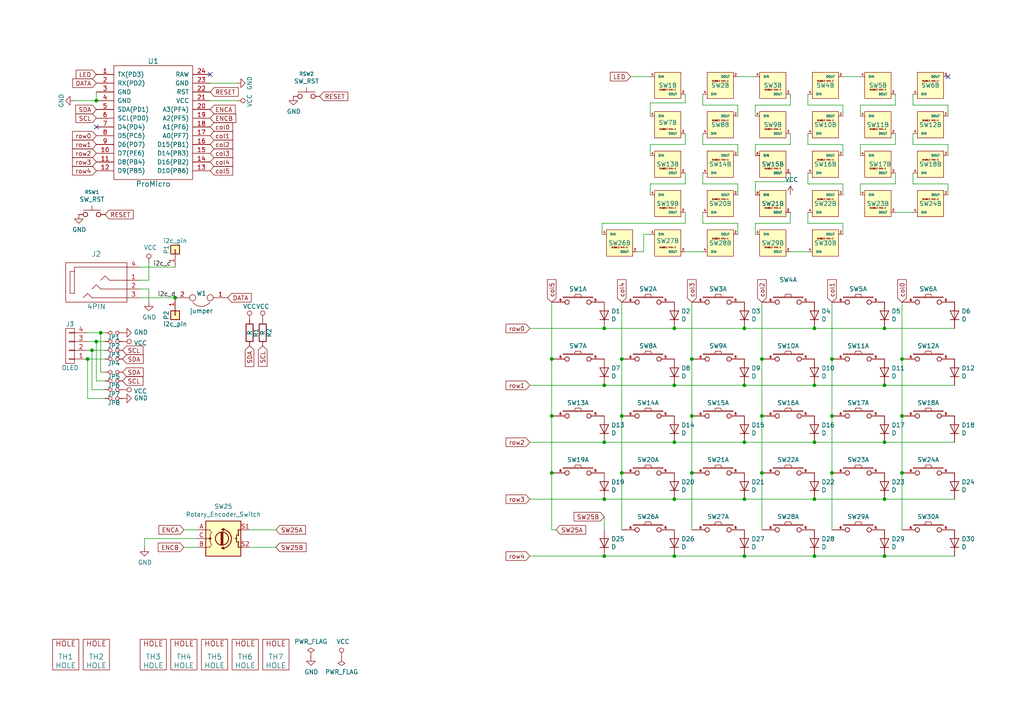
<source format=kicad_sch>
(kicad_sch (version 20230121) (generator eeschema)
  (paper "A4")
  (junction (at 195.58 111.76))
  (junction (at 200.66 137.16))
  (junction (at 29.21 96.52))
  (junction (at 175.26 161.29))
  (junction (at 215.9 128.27))
  (junction (at 27.94 99.06))
  (junction (at 220.98 137.16))
  (junction (at 261.62 137.16))
  (junction (at 50.8 86.36))
  (junction (at 241.3 120.65))
  (junction (at 175.26 95.25))
  (junction (at 215.9 161.29))
  (junction (at 261.62 104.14))
  (junction (at 180.34 120.65))
  (junction (at 180.34 104.14))
  (junction (at 256.54 161.29))
  (junction (at 175.26 111.76))
  (junction (at 175.26 128.27))
  (junction (at 236.22 144.78))
  (junction (at 236.22 161.29))
  (junction (at 215.9 95.25))
  (junction (at 261.62 120.65))
  (junction (at 220.98 104.14))
  (junction (at 160.02 104.14))
  (junction (at 200.66 104.14))
  (junction (at 256.54 111.76))
  (junction (at 215.9 111.76))
  (junction (at 241.3 137.16))
  (junction (at 26.67 101.6))
  (junction (at 215.9 144.78))
  (junction (at 256.54 128.27))
  (junction (at 236.22 128.27))
  (junction (at 195.58 144.78))
  (junction (at 195.58 161.29))
  (junction (at 236.22 95.25))
  (junction (at 220.98 120.65))
  (junction (at 175.26 144.78))
  (junction (at 25.4 104.14))
  (junction (at 195.58 95.25))
  (junction (at 200.66 120.65))
  (junction (at 195.58 128.27))
  (junction (at 256.54 144.78))
  (junction (at 180.34 137.16))
  (junction (at 160.02 137.16))
  (junction (at 236.22 111.76))
  (junction (at 241.3 104.14))
  (junction (at 27.94 29.21))
  (junction (at 160.02 120.65))
  (junction (at 256.54 95.25))
  (no_connect (at 60.96 21.59))
  (no_connect (at 274.955 22.225))
  (no_connect (at 27.94 36.83))
  (wire (pts (xy 234.315 53.34) (xy 234.315 50.165)))
  (wire (pts (xy 244.475 67.945) (xy 244.475 64.77)))
  (wire (pts (xy 264.795 30.48) (xy 264.795 27.305)))
  (wire (pts (xy 72.39 158.75) (xy 80.01 158.75)))
  (wire (pts (xy 25.4 99.06) (xy 27.94 99.06)))
  (wire (pts (xy 180.34 104.14) (xy 180.34 120.65)))
  (wire (pts (xy 256.54 128.27) (xy 276.86 128.27)))
  (wire (pts (xy 175.26 149.86) (xy 175.26 153.67)))
  (wire (pts (xy 27.94 29.21) (xy 21.59 29.21)))
  (wire (pts (xy 219.075 30.48) (xy 219.075 33.655)))
  (wire (pts (xy 259.715 30.48) (xy 249.555 30.48)))
  (wire (pts (xy 198.755 38.735) (xy 198.755 41.91)))
  (wire (pts (xy 229.235 30.48) (xy 219.075 30.48)))
  (wire (pts (xy 229.235 50.165) (xy 229.235 52.705)))
  (wire (pts (xy 244.475 53.34) (xy 234.315 53.34)))
  (wire (pts (xy 186.69 67.945) (xy 188.595 67.945)))
  (wire (pts (xy 220.98 104.14) (xy 220.98 120.65)))
  (wire (pts (xy 198.755 29.845) (xy 188.595 29.845)))
  (wire (pts (xy 244.475 45.085) (xy 244.475 41.91)))
  (wire (pts (xy 213.995 33.655) (xy 213.995 30.48)))
  (wire (pts (xy 259.715 50.165) (xy 259.715 53.34)))
  (wire (pts (xy 195.58 111.76) (xy 215.9 111.76)))
  (wire (pts (xy 215.9 111.76) (xy 236.22 111.76)))
  (wire (pts (xy 200.66 87.63) (xy 200.66 104.14)))
  (wire (pts (xy 213.995 67.945) (xy 213.995 64.77)))
  (wire (pts (xy 213.995 64.77) (xy 203.835 64.77)))
  (wire (pts (xy 27.94 110.49) (xy 30.48 110.49)))
  (wire (pts (xy 27.94 99.06) (xy 27.94 110.49)))
  (wire (pts (xy 160.02 87.63) (xy 160.02 104.14)))
  (wire (pts (xy 249.555 30.48) (xy 249.555 33.655)))
  (wire (pts (xy 261.62 120.65) (xy 261.62 104.14)))
  (wire (pts (xy 30.48 104.14) (xy 25.4 104.14)))
  (wire (pts (xy 198.755 73.025) (xy 203.835 73.025)))
  (wire (pts (xy 175.26 111.76) (xy 153.67 111.76)))
  (wire (pts (xy 60.96 29.21) (xy 68.58 29.21)))
  (wire (pts (xy 160.02 137.16) (xy 160.02 153.67)))
  (wire (pts (xy 229.235 27.305) (xy 229.235 30.48)))
  (wire (pts (xy 274.955 30.48) (xy 264.795 30.48)))
  (wire (pts (xy 244.475 64.77) (xy 234.315 64.77)))
  (wire (pts (xy 43.18 81.28) (xy 40.64 81.28)))
  (wire (pts (xy 41.91 156.21) (xy 41.91 158.75)))
  (wire (pts (xy 261.62 120.65) (xy 261.62 137.16)))
  (wire (pts (xy 188.595 53.34) (xy 188.595 56.515)))
  (wire (pts (xy 195.58 95.25) (xy 215.9 95.25)))
  (wire (pts (xy 175.26 161.29) (xy 195.58 161.29)))
  (wire (pts (xy 241.3 104.14) (xy 241.3 120.65)))
  (wire (pts (xy 244.475 56.515) (xy 244.475 53.34)))
  (wire (pts (xy 219.075 41.91) (xy 219.075 45.085)))
  (wire (pts (xy 195.58 128.27) (xy 175.26 128.27)))
  (wire (pts (xy 198.755 64.77) (xy 174.625 64.77)))
  (wire (pts (xy 220.98 137.16) (xy 220.98 153.67)))
  (wire (pts (xy 241.3 137.16) (xy 241.3 153.67)))
  (wire (pts (xy 198.755 61.595) (xy 198.755 64.77)))
  (wire (pts (xy 244.475 30.48) (xy 234.315 30.48)))
  (wire (pts (xy 25.4 104.14) (xy 25.4 115.57)))
  (wire (pts (xy 195.58 144.78) (xy 215.9 144.78)))
  (wire (pts (xy 261.62 137.16) (xy 261.62 153.67)))
  (wire (pts (xy 174.625 64.77) (xy 174.625 67.945)))
  (wire (pts (xy 160.02 120.65) (xy 160.02 137.16)))
  (wire (pts (xy 259.715 41.91) (xy 249.555 41.91)))
  (wire (pts (xy 203.835 53.34) (xy 203.835 50.165)))
  (wire (pts (xy 29.21 96.52) (xy 30.48 96.52)))
  (wire (pts (xy 229.235 64.77) (xy 219.075 64.77)))
  (wire (pts (xy 40.64 83.82) (xy 43.18 83.82)))
  (wire (pts (xy 259.715 53.34) (xy 249.555 53.34)))
  (wire (pts (xy 244.475 22.225) (xy 249.555 22.225)))
  (wire (pts (xy 26.67 113.03) (xy 30.48 113.03)))
  (wire (pts (xy 256.54 111.76) (xy 276.86 111.76)))
  (wire (pts (xy 27.94 99.06) (xy 30.48 99.06)))
  (wire (pts (xy 256.54 161.29) (xy 276.86 161.29)))
  (wire (pts (xy 229.235 41.91) (xy 219.075 41.91)))
  (wire (pts (xy 261.62 104.14) (xy 261.62 87.63)))
  (wire (pts (xy 274.955 33.655) (xy 274.955 30.48)))
  (wire (pts (xy 175.26 144.78) (xy 153.67 144.78)))
  (wire (pts (xy 229.235 61.595) (xy 229.235 64.77)))
  (wire (pts (xy 234.315 64.77) (xy 234.315 61.595)))
  (wire (pts (xy 203.835 41.91) (xy 203.835 38.735)))
  (wire (pts (xy 26.67 101.6) (xy 30.48 101.6)))
  (wire (pts (xy 195.58 95.25) (xy 175.26 95.25)))
  (wire (pts (xy 25.4 96.52) (xy 29.21 96.52)))
  (wire (pts (xy 198.755 27.305) (xy 198.755 29.845)))
  (wire (pts (xy 213.995 30.48) (xy 203.835 30.48)))
  (wire (pts (xy 53.34 153.67) (xy 57.15 153.67)))
  (wire (pts (xy 215.9 144.78) (xy 236.22 144.78)))
  (wire (pts (xy 200.66 104.14) (xy 200.66 120.65)))
  (wire (pts (xy 186.69 73.025) (xy 186.69 67.945)))
  (wire (pts (xy 25.4 101.6) (xy 26.67 101.6)))
  (wire (pts (xy 213.995 45.085) (xy 213.995 41.91)))
  (wire (pts (xy 72.39 153.67) (xy 80.01 153.67)))
  (wire (pts (xy 236.22 161.29) (xy 256.54 161.29)))
  (wire (pts (xy 40.64 86.36) (xy 50.8 86.36)))
  (wire (pts (xy 195.58 128.27) (xy 215.9 128.27)))
  (wire (pts (xy 249.555 53.34) (xy 249.555 56.515)))
  (wire (pts (xy 256.54 95.25) (xy 276.86 95.25)))
  (wire (pts (xy 27.94 26.67) (xy 27.94 29.21)))
  (wire (pts (xy 274.955 41.91) (xy 264.795 41.91)))
  (wire (pts (xy 60.96 24.13) (xy 68.58 24.13)))
  (wire (pts (xy 195.58 111.76) (xy 175.26 111.76)))
  (wire (pts (xy 274.955 53.34) (xy 264.795 53.34)))
  (wire (pts (xy 184.785 73.025) (xy 186.69 73.025)))
  (wire (pts (xy 213.995 56.515) (xy 213.995 53.34)))
  (wire (pts (xy 200.66 137.16) (xy 200.66 153.67)))
  (wire (pts (xy 220.98 120.65) (xy 220.98 137.16)))
  (wire (pts (xy 180.34 120.65) (xy 180.34 137.16)))
  (wire (pts (xy 215.9 95.25) (xy 236.22 95.25)))
  (wire (pts (xy 259.715 61.595) (xy 264.795 61.595)))
  (wire (pts (xy 264.795 41.91) (xy 264.795 38.735)))
  (wire (pts (xy 188.595 29.845) (xy 188.595 33.655)))
  (wire (pts (xy 57.15 156.21) (xy 41.91 156.21)))
  (wire (pts (xy 188.595 41.91) (xy 188.595 45.085)))
  (wire (pts (xy 43.18 76.2) (xy 43.18 81.28)))
  (wire (pts (xy 198.755 41.91) (xy 188.595 41.91)))
  (wire (pts (xy 241.3 87.63) (xy 241.3 104.14)))
  (wire (pts (xy 195.58 161.29) (xy 215.9 161.29)))
  (wire (pts (xy 29.21 107.95) (xy 30.48 107.95)))
  (wire (pts (xy 203.835 64.77) (xy 203.835 61.595)))
  (wire (pts (xy 259.715 38.735) (xy 259.715 41.91)))
  (wire (pts (xy 26.67 101.6) (xy 26.67 113.03)))
  (wire (pts (xy 153.67 161.29) (xy 175.26 161.29)))
  (wire (pts (xy 213.995 53.34) (xy 203.835 53.34)))
  (wire (pts (xy 175.26 128.27) (xy 153.67 128.27)))
  (wire (pts (xy 219.075 64.77) (xy 219.075 67.945)))
  (wire (pts (xy 203.835 30.48) (xy 203.835 27.305)))
  (wire (pts (xy 229.235 73.025) (xy 234.315 73.025)))
  (wire (pts (xy 40.64 77.47) (xy 50.8 77.47)))
  (wire (pts (xy 180.34 87.63) (xy 180.34 104.14)))
  (wire (pts (xy 241.3 137.16) (xy 241.3 120.65)))
  (wire (pts (xy 29.21 96.52) (xy 29.21 107.95)))
  (wire (pts (xy 274.955 56.515) (xy 274.955 53.34)))
  (wire (pts (xy 160.02 153.67) (xy 161.29 153.67)))
  (wire (pts (xy 53.34 158.75) (xy 57.15 158.75)))
  (wire (pts (xy 213.995 41.91) (xy 203.835 41.91)))
  (wire (pts (xy 234.315 30.48) (xy 234.315 27.305)))
  (wire (pts (xy 256.54 144.78) (xy 276.86 144.78)))
  (wire (pts (xy 180.34 137.16) (xy 180.34 153.67)))
  (wire (pts (xy 215.9 128.27) (xy 236.22 128.27)))
  (wire (pts (xy 244.475 33.655) (xy 244.475 30.48)))
  (wire (pts (xy 220.98 87.63) (xy 220.98 104.14)))
  (wire (pts (xy 249.555 41.91) (xy 249.555 45.085)))
  (wire (pts (xy 229.235 38.735) (xy 229.235 41.91)))
  (wire (pts (xy 229.235 52.705) (xy 219.075 52.705)))
  (wire (pts (xy 198.755 50.165) (xy 198.755 53.34)))
  (wire (pts (xy 236.22 111.76) (xy 256.54 111.76)))
  (wire (pts (xy 259.715 27.305) (xy 259.715 30.48)))
  (wire (pts (xy 256.54 95.25) (xy 236.22 95.25)))
  (wire (pts (xy 175.26 95.25) (xy 153.67 95.25)))
  (wire (pts (xy 244.475 41.91) (xy 234.315 41.91)))
  (wire (pts (xy 215.9 161.29) (xy 236.22 161.29)))
  (wire (pts (xy 200.66 120.65) (xy 200.66 137.16)))
  (wire (pts (xy 274.955 45.085) (xy 274.955 41.91)))
  (wire (pts (xy 264.795 53.34) (xy 264.795 50.165)))
  (wire (pts (xy 236.22 144.78) (xy 256.54 144.78)))
  (wire (pts (xy 43.18 83.82) (xy 43.18 87.63)))
  (wire (pts (xy 182.88 22.225) (xy 188.595 22.225)))
  (wire (pts (xy 213.995 22.225) (xy 219.075 22.225)))
  (wire (pts (xy 219.075 52.705) (xy 219.075 56.515)))
  (wire (pts (xy 236.22 128.27) (xy 256.54 128.27)))
  (wire (pts (xy 160.02 104.14) (xy 160.02 120.65)))
  (wire (pts (xy 25.4 115.57) (xy 30.48 115.57)))
  (wire (pts (xy 234.315 41.91) (xy 234.315 38.735)))
  (wire (pts (xy 195.58 144.78) (xy 175.26 144.78)))
  (wire (pts (xy 198.755 53.34) (xy 188.595 53.34)))
  (label "i2c_d" (at 45.72 86.36 0))
  (label "i2c_c" (at 44.45 77.47 0))
  (global_label "DATA" (shape input) (at 27.94 24.13 180) (property "Intersheetrefs" "${INTERSHEET_REFS}" (effects hide)))
  (global_label "row1" (shape input) (at 153.67 111.76 180) (property "Intersheetrefs" "${INTERSHEET_REFS}" (effects hide)))
  (global_label "row0" (shape input) (at 153.67 95.25 180) (property "Intersheetrefs" "${INTERSHEET_REFS}" (effects hide)))
  (global_label "col0" (shape input) (at 60.96 36.83 0) (property "Intersheetrefs" "${INTERSHEET_REFS}" (effects hide)))
  (global_label "col5" (shape input) (at 60.96 49.53 0) (property "Intersheetrefs" "${INTERSHEET_REFS}" (effects hide)))
  (global_label "SCL" (shape input) (at 27.94 34.29 180) (property "Intersheetrefs" "${INTERSHEET_REFS}" (effects hide)))
  (global_label "SDA" (shape input) (at 35.56 104.14 0) (property "Intersheetrefs" "${INTERSHEET_REFS}" (effects hide)))
  (global_label "col1" (shape input) (at 241.3 87.63 90) (property "Intersheetrefs" "${INTERSHEET_REFS}" (effects hide)))
  (global_label "RESET" (shape input) (at 60.96 26.67 0) (property "Intersheetrefs" "${INTERSHEET_REFS}" (effects hide)))
  (global_label "col2" (shape input) (at 60.96 41.91 0) (property "Intersheetrefs" "${INTERSHEET_REFS}" (effects hide)))
  (global_label "DATA" (shape input) (at 66.04 86.36 0) (property "Intersheetrefs" "${INTERSHEET_REFS}" (effects hide)))
  (global_label "ENCA" (shape input) (at 60.96 31.75 0) (property "Intersheetrefs" "${INTERSHEET_REFS}" (effects hide)))
  (global_label "RESET" (shape input) (at 30.48 62.23 0) (property "Intersheetrefs" "${INTERSHEET_REFS}" (effects hide)))
  (global_label "ENCB" (shape input) (at 60.96 34.29 0) (property "Intersheetrefs" "${INTERSHEET_REFS}" (effects hide)))
  (global_label "SDA" (shape input) (at 72.39 100.33 270) (property "Intersheetrefs" "${INTERSHEET_REFS}" (effects hide)))
  (global_label "SCL" (shape input) (at 76.2 100.33 270) (property "Intersheetrefs" "${INTERSHEET_REFS}" (effects hide)))
  (global_label "col3" (shape input) (at 60.96 44.45 0) (property "Intersheetrefs" "${INTERSHEET_REFS}" (effects hide)))
  (global_label "col0" (shape input) (at 261.62 87.63 90) (property "Intersheetrefs" "${INTERSHEET_REFS}" (effects hide)))
  (global_label "col5" (shape input) (at 160.02 87.63 90) (property "Intersheetrefs" "${INTERSHEET_REFS}" (effects hide)))
  (global_label "row2" (shape input) (at 153.67 128.27 180) (property "Intersheetrefs" "${INTERSHEET_REFS}" (effects hide)))
  (global_label "col1" (shape input) (at 60.96 39.37 0) (property "Intersheetrefs" "${INTERSHEET_REFS}" (effects hide)))
  (global_label "col4" (shape input) (at 60.96 46.99 0) (property "Intersheetrefs" "${INTERSHEET_REFS}" (effects hide)))
  (global_label "SDA" (shape input) (at 35.56 107.95 0) (property "Intersheetrefs" "${INTERSHEET_REFS}" (effects hide)))
  (global_label "row3" (shape input) (at 153.67 144.78 180) (property "Intersheetrefs" "${INTERSHEET_REFS}" (effects hide)))
  (global_label "row1" (shape input) (at 27.94 41.91 180) (property "Intersheetrefs" "${INTERSHEET_REFS}" (effects hide)))
  (global_label "row2" (shape input) (at 27.94 44.45 180) (property "Intersheetrefs" "${INTERSHEET_REFS}" (effects hide)))
  (global_label "SW25A" (shape input) (at 80.01 153.67 0) (property "Intersheetrefs" "${INTERSHEET_REFS}" (effects hide)))
  (global_label "SW25B" (shape input) (at 80.01 158.75 0) (property "Intersheetrefs" "${INTERSHEET_REFS}" (effects hide)))
  (global_label "SCL" (shape input) (at 35.56 110.49 0) (property "Intersheetrefs" "${INTERSHEET_REFS}" (effects hide)))
  (global_label "LED" (shape input) (at 182.88 22.225 180) (property "Intersheetrefs" "${INTERSHEET_REFS}" (effects hide)))
  (global_label "row4" (shape input) (at 27.94 49.53 180) (property "Intersheetrefs" "${INTERSHEET_REFS}" (effects hide)))
  (global_label "SDA" (shape input) (at 27.94 31.75 180) (property "Intersheetrefs" "${INTERSHEET_REFS}" (effects hide)))
  (global_label "LED" (shape input) (at 27.94 21.59 180) (property "Intersheetrefs" "${INTERSHEET_REFS}" (effects hide)))
  (global_label "row4" (shape input) (at 153.67 161.29 180) (property "Intersheetrefs" "${INTERSHEET_REFS}" (effects hide)))
  (global_label "ENCB" (shape input) (at 53.34 158.75 180) (property "Intersheetrefs" "${INTERSHEET_REFS}" (effects hide)))
  (global_label "ENCA" (shape input) (at 53.34 153.67 180) (property "Intersheetrefs" "${INTERSHEET_REFS}" (effects hide)))
  (global_label "col3" (shape input) (at 200.66 87.63 90) (property "Intersheetrefs" "${INTERSHEET_REFS}" (effects hide)))
  (global_label "row0" (shape input) (at 27.94 39.37 180) (property "Intersheetrefs" "${INTERSHEET_REFS}" (effects hide)))
  (global_label "RESET" (shape input) (at 92.71 27.94 0) (property "Intersheetrefs" "${INTERSHEET_REFS}" (effects hide)))
  (global_label "col2" (shape input) (at 220.98 87.63 90) (property "Intersheetrefs" "${INTERSHEET_REFS}" (effects hide)))
  (global_label "SW25B" (shape input) (at 175.26 149.86 180) (property "Intersheetrefs" "${INTERSHEET_REFS}" (effects hide)))
  (global_label "SCL" (shape input) (at 35.56 101.6 0) (property "Intersheetrefs" "${INTERSHEET_REFS}" (effects hide)))
  (global_label "row3" (shape input) (at 27.94 46.99 180) (property "Intersheetrefs" "${INTERSHEET_REFS}" (effects hide)))
  (global_label "SW25A" (shape input) (at 161.29 153.67 0) (property "Intersheetrefs" "${INTERSHEET_REFS}" (effects hide)))
  (global_label "col4" (shape input) (at 180.34 87.63 90) (property "Intersheetrefs" "${INTERSHEET_REFS}" (effects hide)))
  (symbol (lib_id "SofleKeyboard-rescue:ProMicro_2-Lily58-cache-Lily58_Pro-rescue") (at 44.45 35.56 0) (unit 1)
    (property "Reference" "U1" (at 44.45 17.78 0) (effects (font (size 1.524 1.524))))
    (property "Value" "ProMicro" (at 44.45 53.34 0) (effects (font (size 1.524 1.524))))
    (property "Footprint" "SofleKeyboard-footprint:ProMicro" (effects hide))
  )
  (symbol (lib_id "SofleKeyboard:SW_PUSH_LED") (at 187.96 153.67 0) (unit 1)
    (property "Reference" "SW26" (at 187.96 149.86 0))
    (property "Value" "SW_PUSH_LED" (effects hide))
    (property "Footprint" "SofleChoc:Choc_Hotswap_SK6812MiniE" (effects hide))
  )
  (symbol (lib_id "SofleKeyboard:SW_PUSH_LED") (at 167.64 87.63 0) (unit 1)
    (property "Reference" "SW1" (at 167.64 83.82 0))
    (property "Value" "SW_PUSH_LED" (effects hide))
    (property "Footprint" "SofleChoc:Choc_Hotswap_SK6812MiniE" (effects hide))
  )
  (symbol (lib_id "SofleKeyboard-rescue:D-Lily58-cache-Lily58_Pro-rescue") (at 175.26 91.44 90) (unit 1)
    (property "Reference" "D1" (at 177.2666 90.2716 90) (effects (justify right)))
    (property "Value" "D" (at 177.2666 92.583 90) (effects (justify right)))
    (property "Footprint" "Diode_SMD:crkbd-diode" (effects hide))
  )
  (symbol (lib_id "SofleKeyboard:SW_PUSH_LED") (at 187.96 87.63 0) (unit 1)
    (property "Reference" "SW2" (at 187.96 83.82 0))
    (property "Value" "SW_PUSH_LED" (effects hide))
    (property "Footprint" "SofleChoc:Choc_Hotswap_SK6812MiniE" (effects hide))
  )
  (symbol (lib_id "SofleKeyboard-rescue:D-Lily58-cache-Lily58_Pro-rescue") (at 195.58 91.44 90) (unit 1)
    (property "Reference" "D2" (at 197.5866 90.2716 90) (effects (justify right)))
    (property "Value" "D" (at 197.5866 92.583 90) (effects (justify right)))
    (property "Footprint" "Diode_SMD:crkbd-diode" (effects hide))
  )
  (symbol (lib_id "SofleKeyboard:SW_PUSH_LED") (at 208.28 87.63 0) (unit 1)
    (property "Reference" "SW3" (at 208.28 83.82 0))
    (property "Value" "SW_PUSH_LED" (effects hide))
    (property "Footprint" "SofleChoc:Choc_Hotswap_SK6812MiniE" (effects hide))
  )
  (symbol (lib_id "SofleKeyboard-rescue:D-Lily58-cache-Lily58_Pro-rescue") (at 215.9 91.44 90) (unit 1)
    (property "Reference" "D3" (at 217.9066 90.2716 90) (effects (justify right)))
    (property "Value" "D" (at 217.9066 92.583 90) (effects (justify right)))
    (property "Footprint" "Diode_SMD:crkbd-diode" (effects hide))
  )
  (symbol (lib_id "SofleKeyboard:SW_PUSH_LED") (at 228.6 87.63 0) (unit 1)
    (property "Reference" "SW4" (at 228.6 81.153 0))
    (property "Value" "SW_PUSH_LED" (effects hide))
    (property "Footprint" "SofleChoc:Choc_Hotswap_SK6812MiniE" (effects hide))
  )
  (symbol (lib_id "SofleKeyboard-rescue:D-Lily58-cache-Lily58_Pro-rescue") (at 236.22 91.44 90) (unit 1)
    (property "Reference" "D4" (at 238.2266 90.2716 90) (effects (justify right)))
    (property "Value" "D" (at 238.2266 92.583 90) (effects (justify right)))
    (property "Footprint" "Diode_SMD:crkbd-diode" (effects hide))
  )
  (symbol (lib_id "SofleKeyboard:SW_PUSH_LED") (at 248.92 87.63 0) (unit 1)
    (property "Reference" "SW5" (at 248.92 83.82 0))
    (property "Value" "SW_PUSH_LED" (effects hide))
    (property "Footprint" "SofleChoc:Choc_Hotswap_SK6812MiniE" (effects hide))
  )
  (symbol (lib_id "SofleKeyboard-rescue:D-Lily58-cache-Lily58_Pro-rescue") (at 256.54 91.44 90) (unit 1)
    (property "Reference" "D5" (at 258.5466 90.2716 90) (effects (justify right)))
    (property "Value" "D" (at 258.5466 92.583 90) (effects (justify right)))
    (property "Footprint" "Diode_SMD:crkbd-diode" (effects hide))
  )
  (symbol (lib_id "SofleKeyboard:SW_PUSH_LED") (at 269.24 87.63 0) (unit 1)
    (property "Reference" "SW6" (at 269.24 83.82 0))
    (property "Value" "SW_PUSH_LED" (effects hide))
    (property "Footprint" "SofleChoc:Choc_Hotswap_SK6812MiniE" (effects hide))
  )
  (symbol (lib_id "SofleKeyboard-rescue:D-Lily58-cache-Lily58_Pro-rescue") (at 276.86 91.44 90) (unit 1)
    (property "Reference" "D6" (at 278.8666 90.2716 90) (effects (justify right)))
    (property "Value" "D" (at 278.8666 92.583 90) (effects (justify right)))
    (property "Footprint" "Diode_SMD:crkbd-diode" (effects hide))
  )
  (symbol (lib_id "SofleKeyboard:SW_PUSH_LED") (at 187.96 104.14 0) (unit 1)
    (property "Reference" "SW8" (at 187.96 100.33 0))
    (property "Value" "SW_PUSH_LED" (effects hide))
    (property "Footprint" "SofleChoc:Choc_Hotswap_SK6812MiniE" (effects hide))
  )
  (symbol (lib_id "SofleKeyboard:SW_PUSH_LED") (at 208.28 104.14 0) (unit 1)
    (property "Reference" "SW9" (at 208.28 100.33 0))
    (property "Value" "SW_PUSH_LED" (effects hide))
    (property "Footprint" "SofleChoc:Choc_Hotswap_SK6812MiniE" (effects hide))
  )
  (symbol (lib_id "SofleKeyboard:SW_PUSH_LED") (at 228.6 104.14 0) (unit 1)
    (property "Reference" "SW10" (at 228.6 100.33 0))
    (property "Value" "SW_PUSH_LED" (effects hide))
    (property "Footprint" "SofleChoc:Choc_Hotswap_SK6812MiniE" (effects hide))
  )
  (symbol (lib_id "SofleKeyboard:SW_PUSH_LED") (at 248.92 104.14 0) (unit 1)
    (property "Reference" "SW11" (at 248.92 100.33 0))
    (property "Value" "SW_PUSH_LED" (effects hide))
    (property "Footprint" "SofleChoc:Choc_Hotswap_SK6812MiniE" (effects hide))
  )
  (symbol (lib_id "SofleKeyboard:SW_PUSH_LED") (at 269.24 104.14 0) (unit 1)
    (property "Reference" "SW12" (at 269.24 100.33 0))
    (property "Value" "SW_PUSH_LED" (effects hide))
    (property "Footprint" "SofleChoc:Choc_Hotswap_SK6812MiniE" (effects hide))
  )
  (symbol (lib_id "SofleKeyboard:SW_PUSH_LED") (at 167.64 104.14 0) (unit 1)
    (property "Reference" "SW7" (at 167.64 100.33 0))
    (property "Value" "SW_PUSH_LED" (effects hide))
    (property "Footprint" "SofleChoc:Choc_Hotswap_SK6812MiniE" (effects hide))
  )
  (symbol (lib_id "SofleKeyboard-rescue:D-Lily58-cache-Lily58_Pro-rescue") (at 175.26 107.95 90) (unit 1)
    (property "Reference" "D7" (at 177.2666 106.7816 90) (effects (justify right)))
    (property "Value" "D" (at 177.2666 109.093 90) (effects (justify right)))
    (property "Footprint" "Diode_SMD:crkbd-diode" (effects hide))
  )
  (symbol (lib_id "SofleKeyboard-rescue:D-Lily58-cache-Lily58_Pro-rescue") (at 195.58 107.95 90) (unit 1)
    (property "Reference" "D8" (at 197.5866 106.7816 90) (effects (justify right)))
    (property "Value" "D" (at 197.5866 109.093 90) (effects (justify right)))
    (property "Footprint" "Diode_SMD:crkbd-diode" (effects hide))
  )
  (symbol (lib_id "SofleKeyboard-rescue:D-Lily58-cache-Lily58_Pro-rescue") (at 215.9 107.95 90) (unit 1)
    (property "Reference" "D9" (at 217.9066 106.7816 90) (effects (justify right)))
    (property "Value" "D" (at 217.9066 109.093 90) (effects (justify right)))
    (property "Footprint" "Diode_SMD:crkbd-diode" (effects hide))
  )
  (symbol (lib_id "SofleKeyboard-rescue:D-Lily58-cache-Lily58_Pro-rescue") (at 236.22 107.95 90) (unit 1)
    (property "Reference" "D10" (at 238.2266 106.7816 90) (effects (justify right)))
    (property "Value" "D" (at 238.2266 109.093 90) (effects (justify right)))
    (property "Footprint" "Diode_SMD:crkbd-diode" (effects hide))
  )
  (symbol (lib_id "SofleKeyboard-rescue:D-Lily58-cache-Lily58_Pro-rescue") (at 256.54 107.95 90) (unit 1)
    (property "Reference" "D11" (at 258.5466 106.7816 90) (effects (justify right)))
    (property "Value" "D" (at 258.5466 109.093 90) (effects (justify right)))
    (property "Footprint" "Diode_SMD:crkbd-diode" (effects hide))
  )
  (symbol (lib_id "SofleKeyboard-rescue:D-Lily58-cache-Lily58_Pro-rescue") (at 276.86 107.95 90) (unit 1)
    (property "Reference" "D12" (at 278.8666 106.7816 90) (effects (justify right)))
    (property "Value" "D" (at 278.8666 109.093 90) (effects (justify right)))
    (property "Footprint" "Diode_SMD:crkbd-diode" (effects hide))
  )
  (symbol (lib_id "SofleKeyboard:SW_PUSH_LED") (at 167.64 120.65 0) (unit 1)
    (property "Reference" "SW13" (at 167.64 116.84 0))
    (property "Value" "SW_PUSH_LED" (effects hide))
    (property "Footprint" "SofleChoc:Choc_Hotswap_SK6812MiniE" (effects hide))
  )
  (symbol (lib_id "SofleKeyboard:SW_PUSH_LED") (at 187.96 120.65 0) (unit 1)
    (property "Reference" "SW14" (at 187.96 116.84 0))
    (property "Value" "SW_PUSH_LED" (effects hide))
    (property "Footprint" "SofleChoc:Choc_Hotswap_SK6812MiniE" (effects hide))
  )
  (symbol (lib_id "SofleKeyboard:SW_PUSH_LED") (at 208.28 120.65 0) (unit 1)
    (property "Reference" "SW15" (at 208.28 116.84 0))
    (property "Value" "SW_PUSH_LED" (effects hide))
    (property "Footprint" "SofleChoc:Choc_Hotswap_SK6812MiniE" (effects hide))
  )
  (symbol (lib_id "SofleKeyboard:SW_PUSH_LED") (at 228.6 120.65 0) (unit 1)
    (property "Reference" "SW16" (at 228.6 116.84 0))
    (property "Value" "SW_PUSH_LED" (effects hide))
    (property "Footprint" "SofleChoc:Choc_Hotswap_SK6812MiniE" (effects hide))
  )
  (symbol (lib_id "SofleKeyboard:SW_PUSH_LED") (at 248.92 120.65 0) (unit 1)
    (property "Reference" "SW17" (at 248.92 116.84 0))
    (property "Value" "SW_PUSH_LED" (effects hide))
    (property "Footprint" "SofleChoc:Choc_Hotswap_SK6812MiniE" (effects hide))
  )
  (symbol (lib_id "SofleKeyboard:SW_PUSH_LED") (at 269.24 120.65 0) (unit 1)
    (property "Reference" "SW18" (at 269.24 116.84 0))
    (property "Value" "SW_PUSH_LED" (effects hide))
    (property "Footprint" "SofleChoc:Choc_Hotswap_SK6812MiniE" (effects hide))
  )
  (symbol (lib_id "SofleKeyboard-rescue:D-Lily58-cache-Lily58_Pro-rescue") (at 175.26 124.46 90) (unit 1)
    (property "Reference" "D13" (at 177.2666 123.2916 90) (effects (justify right)))
    (property "Value" "D" (at 177.2666 125.603 90) (effects (justify right)))
    (property "Footprint" "Diode_SMD:crkbd-diode" (effects hide))
  )
  (symbol (lib_id "SofleKeyboard-rescue:D-Lily58-cache-Lily58_Pro-rescue") (at 195.58 124.46 90) (unit 1)
    (property "Reference" "D14" (at 197.5866 123.2916 90) (effects (justify right)))
    (property "Value" "D" (at 197.5866 125.603 90) (effects (justify right)))
    (property "Footprint" "Diode_SMD:crkbd-diode" (effects hide))
  )
  (symbol (lib_id "SofleKeyboard-rescue:D-Lily58-cache-Lily58_Pro-rescue") (at 215.9 124.46 90) (unit 1)
    (property "Reference" "D15" (at 217.9066 123.2916 90) (effects (justify right)))
    (property "Value" "D" (at 217.9066 125.603 90) (effects (justify right)))
    (property "Footprint" "Diode_SMD:crkbd-diode" (effects hide))
  )
  (symbol (lib_id "SofleKeyboard-rescue:D-Lily58-cache-Lily58_Pro-rescue") (at 236.22 124.46 90) (unit 1)
    (property "Reference" "D16" (at 238.2266 123.2916 90) (effects (justify right)))
    (property "Value" "D" (at 238.2266 125.603 90) (effects (justify right)))
    (property "Footprint" "Diode_SMD:crkbd-diode" (effects hide))
  )
  (symbol (lib_id "SofleKeyboard-rescue:D-Lily58-cache-Lily58_Pro-rescue") (at 256.54 124.46 90) (unit 1)
    (property "Reference" "D17" (at 258.5466 123.2916 90) (effects (justify right)))
    (property "Value" "D" (at 258.5466 125.603 90) (effects (justify right)))
    (property "Footprint" "Diode_SMD:crkbd-diode" (effects hide))
  )
  (symbol (lib_id "SofleKeyboard-rescue:D-Lily58-cache-Lily58_Pro-rescue") (at 276.86 124.46 90) (unit 1)
    (property "Reference" "D18" (at 278.8666 123.2916 90) (effects (justify right)))
    (property "Value" "D" (at 278.8666 125.603 90) (effects (justify right)))
    (property "Footprint" "Diode_SMD:crkbd-diode" (effects hide))
  )
  (symbol (lib_id "SofleKeyboard:SW_PUSH_LED") (at 208.28 137.16 0) (unit 1)
    (property "Reference" "SW21" (at 208.28 133.35 0))
    (property "Value" "SW_PUSH_LED" (effects hide))
    (property "Footprint" "SofleChoc:Choc_Hotswap_SK6812MiniE" (effects hide))
  )
  (symbol (lib_id "SofleKeyboard:SW_PUSH_LED") (at 228.6 137.16 0) (unit 1)
    (property "Reference" "SW22" (at 228.6 133.35 0))
    (property "Value" "SW_PUSH_LED" (effects hide))
    (property "Footprint" "SofleChoc:Choc_Hotswap_SK6812MiniE" (effects hide))
  )
  (symbol (lib_id "SofleKeyboard:SW_PUSH_LED") (at 248.92 137.16 0) (unit 1)
    (property "Reference" "SW23" (at 248.92 133.35 0))
    (property "Value" "SW_PUSH_LED" (effects hide))
    (property "Footprint" "SofleChoc:Choc_Hotswap_SK6812MiniE" (effects hide))
  )
  (symbol (lib_id "SofleKeyboard:SW_PUSH_LED") (at 269.24 137.16 0) (unit 1)
    (property "Reference" "SW24" (at 269.24 133.35 0))
    (property "Value" "SW_PUSH_LED" (effects hide))
    (property "Footprint" "SofleChoc:Choc_Hotswap_SK6812MiniE" (effects hide))
  )
  (symbol (lib_id "SofleKeyboard:SW_PUSH_LED") (at 187.96 137.16 0) (unit 1)
    (property "Reference" "SW20" (at 187.96 133.35 0))
    (property "Value" "SW_PUSH_LED" (effects hide))
    (property "Footprint" "SofleChoc:Choc_Hotswap_SK6812MiniE" (effects hide))
  )
  (symbol (lib_id "SofleKeyboard:SW_PUSH_LED") (at 167.64 137.16 0) (unit 1)
    (property "Reference" "SW19" (at 167.64 133.35 0))
    (property "Value" "SW_PUSH_LED" (effects hide))
    (property "Footprint" "SofleChoc:Choc_Hotswap_SK6812MiniE" (effects hide))
  )
  (symbol (lib_id "SofleKeyboard-rescue:D-Lily58-cache-Lily58_Pro-rescue") (at 175.26 140.97 90) (unit 1)
    (property "Reference" "D19" (at 177.2666 139.8016 90) (effects (justify right)))
    (property "Value" "D" (at 177.2666 142.113 90) (effects (justify right)))
    (property "Footprint" "Diode_SMD:crkbd-diode" (effects hide))
  )
  (symbol (lib_id "SofleKeyboard-rescue:D-Lily58-cache-Lily58_Pro-rescue") (at 195.58 140.97 90) (unit 1)
    (property "Reference" "D20" (at 197.5866 139.8016 90) (effects (justify right)))
    (property "Value" "D" (at 197.5866 142.113 90) (effects (justify right)))
    (property "Footprint" "Diode_SMD:crkbd-diode" (effects hide))
  )
  (symbol (lib_id "SofleKeyboard-rescue:D-Lily58-cache-Lily58_Pro-rescue") (at 215.9 140.97 90) (unit 1)
    (property "Reference" "D21" (at 217.9066 139.8016 90) (effects (justify right)))
    (property "Value" "D" (at 217.9066 142.113 90) (effects (justify right)))
    (property "Footprint" "Diode_SMD:crkbd-diode" (effects hide))
  )
  (symbol (lib_id "SofleKeyboard-rescue:D-Lily58-cache-Lily58_Pro-rescue") (at 236.22 140.97 90) (unit 1)
    (property "Reference" "D22" (at 238.2266 139.8016 90) (effects (justify right)))
    (property "Value" "D" (at 238.2266 142.113 90) (effects (justify right)))
    (property "Footprint" "Diode_SMD:crkbd-diode" (effects hide))
  )
  (symbol (lib_id "SofleKeyboard-rescue:D-Lily58-cache-Lily58_Pro-rescue") (at 256.54 140.97 90) (unit 1)
    (property "Reference" "D23" (at 258.5466 139.8016 90) (effects (justify right)))
    (property "Value" "D" (at 258.5466 142.113 90) (effects (justify right)))
    (property "Footprint" "Diode_SMD:crkbd-diode" (effects hide))
  )
  (symbol (lib_id "SofleKeyboard-rescue:D-Lily58-cache-Lily58_Pro-rescue") (at 276.86 140.97 90) (unit 1)
    (property "Reference" "D24" (at 278.8666 139.8016 90) (effects (justify right)))
    (property "Value" "D" (at 278.8666 142.113 90) (effects (justify right)))
    (property "Footprint" "Diode_SMD:crkbd-diode" (effects hide))
  )
  (symbol (lib_id "SofleKeyboard:SW_PUSH_LED") (at 208.28 153.67 0) (unit 1)
    (property "Reference" "SW27" (at 208.28 149.86 0))
    (property "Value" "SW_PUSH_LED" (effects hide))
    (property "Footprint" "SofleChoc:Choc_Hotswap_SK6812MiniE" (effects hide))
  )
  (symbol (lib_id "SofleKeyboard:SW_PUSH_LED") (at 228.6 153.67 0) (unit 1)
    (property "Reference" "SW28" (at 228.6 149.86 0))
    (property "Value" "SW_PUSH_LED" (effects hide))
    (property "Footprint" "SofleChoc:Choc_Hotswap_SK6812MiniE" (effects hide))
  )
  (symbol (lib_id "SofleKeyboard:SW_PUSH_LED") (at 248.92 153.67 0) (unit 1)
    (property "Reference" "SW29" (at 248.92 149.86 0))
    (property "Value" "SW_PUSH_LED" (effects hide))
    (property "Footprint" "SofleChoc:Choc_Hotswap_SK6812MiniE" (effects hide))
  )
  (symbol (lib_id "SofleKeyboard-rescue:D-Lily58-cache-Lily58_Pro-rescue") (at 175.26 157.48 90) (unit 1)
    (property "Reference" "D25" (at 177.2666 156.3116 90) (effects (justify right)))
    (property "Value" "D" (at 177.2666 158.623 90) (effects (justify right)))
    (property "Footprint" "Diode_SMD:crkbd-diode" (effects hide))
  )
  (symbol (lib_id "SofleKeyboard-rescue:D-Lily58-cache-Lily58_Pro-rescue") (at 195.58 157.48 90) (unit 1)
    (property "Reference" "D26" (at 197.5866 156.3116 90) (effects (justify right)))
    (property "Value" "D" (at 197.5866 158.623 90) (effects (justify right)))
    (property "Footprint" "Diode_SMD:crkbd-diode" (effects hide))
  )
  (symbol (lib_id "SofleKeyboard-rescue:D-Lily58-cache-Lily58_Pro-rescue") (at 215.9 157.48 90) (unit 1)
    (property "Reference" "D27" (at 217.9066 156.3116 90) (effects (justify right)))
    (property "Value" "D" (at 217.9066 158.623 90) (effects (justify right)))
    (property "Footprint" "Diode_SMD:crkbd-diode" (effects hide))
  )
  (symbol (lib_id "SofleKeyboard-rescue:D-Lily58-cache-Lily58_Pro-rescue") (at 236.22 157.48 90) (unit 1)
    (property "Reference" "D28" (at 238.2266 156.3116 90) (effects (justify right)))
    (property "Value" "D" (at 238.2266 158.623 90) (effects (justify right)))
    (property "Footprint" "Diode_SMD:crkbd-diode" (effects hide))
  )
  (symbol (lib_id "SofleKeyboard-rescue:D-Lily58-cache-Lily58_Pro-rescue") (at 256.54 157.48 90) (unit 1)
    (property "Reference" "D29" (at 258.5466 156.3116 90) (effects (justify right)))
    (property "Value" "D" (at 258.5466 158.623 90) (effects (justify right)))
    (property "Footprint" "Diode_SMD:crkbd-diode" (effects hide))
  )
  (symbol (lib_id "SofleKeyboard-rescue:VCC-Lily58-cache-Lily58_Pro-rescue") (at 68.58 29.21 270) (unit 1)
    (property "Reference" "#PWR04" (effects hide))
    (property "Value" "VCC" (at 72.39 29.21 0))
  )
  (symbol (lib_id "SofleKeyboard-rescue:VCC-Lily58-cache-Lily58_Pro-rescue") (at 72.39 92.71 0) (unit 1)
    (property "Reference" "#PWR05" (effects hide))
    (property "Value" "VCC" (at 72.39 88.9 0))
  )
  (symbol (lib_id "SofleKeyboard-rescue:VCC-Lily58-cache-Lily58_Pro-rescue") (at 76.2 92.71 0) (unit 1)
    (property "Reference" "#PWR06" (effects hide))
    (property "Value" "VCC" (at 76.2 88.9 0))
  )
  (symbol (lib_id "SofleKeyboard-rescue:R-Lily58-cache-Lily58_Pro-rescue") (at 72.39 96.52 0) (unit 1)
    (property "Reference" "R1" (at 74.93 96.52 90) (effects (justify bottom)))
    (property "Value" "R" (at 72.39 96.52 90))
    (property "Footprint" "SofleKeyboard-footprint:RESISTOR_mini" (effects hide))
  )
  (symbol (lib_id "SofleKeyboard-rescue:R-Lily58-cache-Lily58_Pro-rescue") (at 76.2 96.52 0) (unit 1)
    (property "Reference" "R2" (at 78.74 96.52 90) (effects (justify bottom)))
    (property "Value" "R" (at 76.2 96.52 90))
    (property "Footprint" "SofleKeyboard-footprint:RESISTOR_mini" (effects hide))
  )
  (symbol (lib_id "SofleKeyboard-rescue:MJ-4PP-9-Lily58-cache-Lily58_Pro-rescue") (at 29.21 81.28 0) (unit 1)
    (property "Reference" "J2" (at 27.94 73.66 0) (effects (font (size 1.524 1.524))))
    (property "Value" "4PIN" (at 27.94 88.9 0) (effects (font (size 1.524 1.524))))
    (property "Footprint" "SofleKeyboard-footprint:MJ-4PP-9" (effects hide))
  )
  (symbol (lib_id "SofleKeyboard-rescue:GND-Lily58-cache-Lily58_Pro-rescue") (at 22.86 62.23 0) (unit 1)
    (property "Reference" "#PWR010" (effects hide))
    (property "Value" "GND" (at 22.987 66.6242 0))
  )
  (symbol (lib_id "SofleKeyboard-rescue:PWR_FLAG-Lily58-cache-Lily58_Pro-rescue") (at 90.17 190.5 0) (unit 1)
    (property "Reference" "#FLG01" (effects hide))
    (property "Value" "PWR_FLAG" (at 90.17 186.0804 0))
  )
  (symbol (lib_id "SofleKeyboard-rescue:GND-Lily58-cache-Lily58_Pro-rescue") (at 90.17 190.5 0) (unit 1)
    (property "Reference" "#PWR012" (effects hide))
    (property "Value" "GND" (at 90.297 194.8942 0))
  )
  (symbol (lib_id "SofleKeyboard-rescue:VCC-Lily58-cache-Lily58_Pro-rescue") (at 99.06 190.5 0) (unit 1)
    (property "Reference" "#PWR013" (effects hide))
    (property "Value" "VCC" (at 99.4918 186.1058 0))
  )
  (symbol (lib_id "SofleKeyboard-rescue:PWR_FLAG-Lily58-cache-Lily58_Pro-rescue") (at 99.06 190.5 180) (unit 1)
    (property "Reference" "#FLG02" (effects hide))
    (property "Value" "PWR_FLAG" (at 99.06 194.8942 0))
  )
  (symbol (lib_id "SofleKeyboard-rescue:HOLE-Lily58-cache-Lily58_Pro-rescue") (at 19.05 190.5 0) (unit 1)
    (property "Reference" "TH1" (at 19.05 190.5 0) (effects (font (size 1.524 1.524))))
    (property "Value" "HOLE" (at 19.05 193.04 0) (effects (font (size 1.524 1.524))))
    (property "Footprint" "SofleKeyboard-footprint:M2_HOLE_PCB" (effects hide))
  )
  (symbol (lib_id "SofleKeyboard-rescue:HOLE-Lily58-cache-Lily58_Pro-rescue") (at 27.94 190.5 0) (unit 1)
    (property "Reference" "TH2" (at 27.94 190.5 0) (effects (font (size 1.524 1.524))))
    (property "Value" "HOLE" (at 27.94 193.04 0) (effects (font (size 1.524 1.524))))
    (property "Footprint" "SofleKeyboard-footprint:M2_HOLE_PCB" (effects hide))
  )
  (symbol (lib_id "SofleKeyboard-rescue:HOLE-Lily58-cache-Lily58_Pro-rescue") (at 53.34 190.5 0) (unit 1)
    (property "Reference" "TH4" (at 53.34 190.5 0) (effects (font (size 1.524 1.524))))
    (property "Value" "HOLE" (at 53.34 193.04 0) (effects (font (size 1.524 1.524))))
    (property "Footprint" "SofleKeyboard-footprint:HOLE_M2_TH" (effects hide))
  )
  (symbol (lib_id "SofleKeyboard-rescue:HOLE-Lily58-cache-Lily58_Pro-rescue") (at 62.23 190.5 0) (unit 1)
    (property "Reference" "TH5" (at 62.23 190.5 0) (effects (font (size 1.524 1.524))))
    (property "Value" "HOLE" (at 62.23 193.04 0) (effects (font (size 1.524 1.524))))
    (property "Footprint" "SofleKeyboard-footprint:HOLE_M2_TH" (effects hide))
  )
  (symbol (lib_id "SofleKeyboard-rescue:HOLE-Lily58-cache-Lily58_Pro-rescue") (at 71.12 190.5 0) (unit 1)
    (property "Reference" "TH6" (at 71.12 190.5 0) (effects (font (size 1.524 1.524))))
    (property "Value" "HOLE" (at 71.12 193.04 0) (effects (font (size 1.524 1.524))))
    (property "Footprint" "SofleKeyboard-footprint:HOLE_M2_TH" (effects hide))
  )
  (symbol (lib_id "SofleKeyboard-rescue:HOLE-Lily58-cache-Lily58_Pro-rescue") (at 80.01 190.5 0) (unit 1)
    (property "Reference" "TH7" (at 80.01 190.5 0) (effects (font (size 1.524 1.524))))
    (property "Value" "HOLE" (at 80.01 193.04 0) (effects (font (size 1.524 1.524))))
    (property "Footprint" "SofleKeyboard-footprint:HOLE_M2_TH" (effects hide))
  )
  (symbol (lib_id "SofleKeyboard-rescue:HOLE-Lily58-cache-Lily58_Pro-rescue") (at 44.45 190.5 0) (unit 1)
    (property "Reference" "TH3" (at 44.45 190.5 0) (effects (font (size 1.524 1.524))))
    (property "Value" "HOLE" (at 44.45 193.04 0) (effects (font (size 1.524 1.524))))
    (property "Footprint" "SofleKeyboard-footprint:HOLE_M2_TH" (effects hide))
  )
  (symbol (lib_id "SofleKeyboard-rescue:GND-Lily58-cache-Lily58_Pro-rescue") (at 68.58 24.13 90) (unit 1)
    (property "Reference" "#PWR0101" (effects hide))
    (property "Value" "GND" (at 72.39 24.13 0))
  )
  (symbol (lib_id "SofleKeyboard-rescue:GND-Lily58-cache-Lily58_Pro-rescue") (at 21.59 29.21 270) (unit 1)
    (property "Reference" "#PWR0102" (effects hide))
    (property "Value" "GND" (at 17.78 29.21 0))
  )
  (symbol (lib_id "SofleKeyboard-rescue:SW_RST-Lily58-cache-Lily58_Pro-rescue") (at 26.67 62.23 0) (unit 1)
    (property "Reference" "RSW1" (at 26.67 55.7276 0) (effects (font (size 1.016 1.016))))
    (property "Value" "SW_RST" (at 26.67 57.8358 0))
    (property "Footprint" "SofleKeyboard-footprint:TACT_SWITCH_TVBP06" (effects hide))
  )
  (symbol (lib_id "SofleKeyboard-rescue:GND-power") (at 43.18 87.63 0) (unit 1)
    (property "Reference" "#PWR02" (effects hide))
    (property "Value" "GND" (at 43.307 92.0242 0))
  )
  (symbol (lib_id "SofleKeyboard-rescue:VCC-power") (at 43.18 76.2 0) (unit 1)
    (property "Reference" "#PWR01" (effects hide))
    (property "Value" "VCC" (at 43.6118 71.8058 0))
  )
  (symbol (lib_id "SofleKeyboard-rescue:i2c_pin-Lily58-cache-Lily58_Pro-rescue") (at 50.8 72.39 90) (unit 1)
    (property "Reference" "P1" (at 48.26 72.39 0))
    (property "Value" "i2c_pin" (at 50.8 69.85 90))
    (property "Footprint" "SofleKeyboard-footprint:1pin_conn" (effects hide))
  )
  (symbol (lib_id "SofleKeyboard-rescue:i2c_pin-Lily58-cache-Lily58_Pro-rescue") (at 50.8 91.44 270) (unit 1)
    (property "Reference" "P2" (at 48.26 91.44 0))
    (property "Value" "i2c_pin" (at 50.8 93.98 90))
    (property "Footprint" "SofleKeyboard-footprint:1pin_conn" (effects hide))
  )
  (symbol (lib_id "SofleKeyboard-rescue:Jumper-Device") (at 58.42 86.36 180) (unit 1)
    (property "Reference" "W1" (at 58.42 85.09 0))
    (property "Value" "jumper" (at 58.42 90.17 0))
    (property "Footprint" "SofleKeyboard-footprint:jumper_data" (effects hide))
  )
  (symbol (lib_id "SofleKeyboard-rescue:OLED-Lily58-cache-Lily58_Pro-rescue") (at 20.32 100.33 180) (unit 1)
    (property "Reference" "J3" (at 20.32 93.98 0))
    (property "Value" "OLED" (at 20.32 106.68 0))
    (property "Footprint" "SofleKeyboard-footprint:OLED_4Pin" (effects hide))
  )
  (symbol (lib_id "SofleKeyboard-rescue:Jumper_NO_Small-Device") (at 33.02 96.52 0) (unit 1)
    (property "Reference" "JP1" (at 33.02 97.79 0))
    (property "Value" "Jumper_NO_Small" (effects hide))
    (property "Footprint" "SofleKeyboard-footprint:Jumper" (effects hide))
  )
  (symbol (lib_id "SofleKeyboard-rescue:Jumper_NO_Small-Device") (at 33.02 99.06 0) (unit 1)
    (property "Reference" "JP2" (at 33.02 100.33 0))
    (property "Value" "Jumper_NO_Small" (effects hide))
    (property "Footprint" "SofleKeyboard-footprint:Jumper" (effects hide))
  )
  (symbol (lib_id "SofleKeyboard-rescue:Jumper_NO_Small-Device") (at 33.02 101.6 0) (unit 1)
    (property "Reference" "JP3" (at 33.02 102.87 0))
    (property "Value" "Jumper_NO_Small" (effects hide))
    (property "Footprint" "SofleKeyboard-footprint:Jumper" (effects hide))
  )
  (symbol (lib_id "SofleKeyboard-rescue:Jumper_NO_Small-Device") (at 33.02 104.14 0) (unit 1)
    (property "Reference" "JP4" (at 33.02 105.41 0))
    (property "Value" "Jumper_NO_Small" (effects hide))
    (property "Footprint" "SofleKeyboard-footprint:Jumper" (effects hide))
  )
  (symbol (lib_id "SofleKeyboard-rescue:Jumper_NO_Small-Device") (at 33.02 107.95 0) (unit 1)
    (property "Reference" "JP5" (at 33.02 109.22 0))
    (property "Value" "Jumper_NO_Small" (effects hide))
    (property "Footprint" "SofleKeyboard-footprint:Jumper" (effects hide))
  )
  (symbol (lib_id "SofleKeyboard-rescue:Jumper_NO_Small-Device") (at 33.02 110.49 0) (unit 1)
    (property "Reference" "JP6" (at 33.02 111.76 0))
    (property "Value" "Jumper_NO_Small" (effects hide))
    (property "Footprint" "SofleKeyboard-footprint:Jumper" (effects hide))
  )
  (symbol (lib_id "SofleKeyboard-rescue:Jumper_NO_Small-Device") (at 33.02 113.03 0) (unit 1)
    (property "Reference" "JP7" (at 33.02 114.3 0))
    (property "Value" "Jumper_NO_Small" (effects hide))
    (property "Footprint" "SofleKeyboard-footprint:Jumper" (effects hide))
  )
  (symbol (lib_id "SofleKeyboard-rescue:Jumper_NO_Small-Device") (at 33.02 115.57 0) (unit 1)
    (property "Reference" "JP8" (at 33.02 116.84 0))
    (property "Value" "Jumper_NO_Small" (effects hide))
    (property "Footprint" "SofleKeyboard-footprint:Jumper" (effects hide))
  )
  (symbol (lib_id "SofleKeyboard-rescue:GND-power") (at 35.56 96.52 90) (unit 1)
    (property "Reference" "#PWR03" (effects hide))
    (property "Value" "GND" (at 38.8112 96.393 90) (effects (justify right)))
  )
  (symbol (lib_id "SofleKeyboard-rescue:VCC-power") (at 35.56 99.06 270) (unit 1)
    (property "Reference" "#PWR09" (effects hide))
    (property "Value" "VCC" (at 38.8112 99.4918 90) (effects (justify left)))
  )
  (symbol (lib_id "SofleKeyboard-rescue:GND-power") (at 35.56 115.57 90) (unit 1)
    (property "Reference" "#PWR014" (effects hide))
    (property "Value" "GND" (at 38.8112 115.443 90) (effects (justify right)))
  )
  (symbol (lib_id "SofleKeyboard-rescue:VCC-power") (at 35.56 113.03 270) (unit 1)
    (property "Reference" "#PWR011" (effects hide))
    (property "Value" "VCC" (at 38.8112 113.4618 90) (effects (justify left)))
  )
  (symbol (lib_id "SofleKeyboard:SW_PUSH_LED") (at 269.24 153.67 0) (unit 1)
    (property "Reference" "SW30" (at 269.24 149.86 0))
    (property "Value" "SW_PUSH_LED" (effects hide))
    (property "Footprint" "SofleChoc:Choc_Hotswap_SK6812MiniE" (effects hide))
  )
  (symbol (lib_id "SofleKeyboard-rescue:D-Lily58-cache-Lily58_Pro-rescue") (at 276.86 157.48 90) (unit 1)
    (property "Reference" "D30" (at 278.8666 156.3116 90) (effects (justify right)))
    (property "Value" "D" (at 278.8666 158.623 90) (effects (justify right)))
    (property "Footprint" "Diode_SMD:crkbd-diode" (effects hide))
  )
  (symbol (lib_id "SofleKeyboard-rescue:Rotary_Encoder_Switch-Device") (at 64.77 156.21 0) (unit 1)
    (property "Reference" "SW25" (at 64.77 146.8882 0))
    (property "Value" "Rotary_Encoder_Switch" (at 64.77 149.1996 0))
    (property "Footprint" "SofleKeyboard-footprint:RotaryEncoder_Alps_EC11E-Switch_Vertical_H20mm-keebio_modified" (effects hide))
  )
  (symbol (lib_id "SofleKeyboard-rescue:GND-power") (at 41.91 158.75 0) (unit 1)
    (property "Reference" "#PWR0103" (effects hide))
    (property "Value" "GND" (at 42.037 163.1442 0))
  )
  (symbol (lib_id "SofleKeyboard:SW_PUSH_LED") (at 193.675 24.765 0) (mirror y) (unit 2)
    (property "Reference" "SW1" (at 193.675 24.765 0))
    (property "Value" "SW_PUSH_LED" (effects hide))
    (property "Footprint" "SofleChoc:Choc_Hotswap_SK6812MiniE" (effects hide))
  )
  (symbol (lib_id "SofleKeyboard:SW_PUSH_LED") (at 208.915 24.765 180) (unit 2)
    (property "Reference" "SW2" (at 208.915 24.765 0))
    (property "Value" "SW_PUSH_LED" (effects hide))
    (property "Footprint" "SofleChoc:Choc_Hotswap_SK6812MiniE" (effects hide))
  )
  (symbol (lib_id "SofleKeyboard:SW_PUSH_LED") (at 224.155 24.765 0) (mirror y) (unit 2)
    (property "Reference" "SW3" (at 224.155 24.765 0))
    (property "Value" "SW_PUSH_LED" (effects hide))
    (property "Footprint" "SofleChoc:Choc_Hotswap_SK6812MiniE" (effects hide))
  )
  (symbol (lib_id "SofleKeyboard:SW_PUSH_LED") (at 239.395 24.765 180) (unit 2)
    (property "Reference" "SW4" (at 239.395 24.765 0))
    (property "Value" "SW_PUSH_LED" (effects hide))
    (property "Footprint" "SofleChoc:Choc_Hotswap_SK6812MiniE" (effects hide))
  )
  (symbol (lib_id "SofleKeyboard:SW_PUSH_LED") (at 254.635 24.765 0) (mirror y) (unit 2)
    (property "Reference" "SW5" (at 254.635 24.765 0))
    (property "Value" "SW_PUSH_LED" (effects hide))
    (property "Footprint" "SofleChoc:Choc_Hotswap_SK6812MiniE" (effects hide))
  )
  (symbol (lib_id "SofleKeyboard:SW_PUSH_LED") (at 269.875 24.765 180) (unit 2)
    (property "Reference" "SW6" (at 269.875 24.765 0))
    (property "Value" "SW_PUSH_LED" (effects hide))
    (property "Footprint" "SofleChoc:Choc_Hotswap_SK6812MiniE" (effects hide))
  )
  (symbol (lib_id "SofleKeyboard:SW_PUSH_LED") (at 193.675 36.195 0) (mirror y) (unit 2)
    (property "Reference" "SW7" (at 193.675 35.56 0))
    (property "Value" "SW_PUSH_LED" (effects hide))
    (property "Footprint" "SofleChoc:Choc_Hotswap_SK6812MiniE" (effects hide))
  )
  (symbol (lib_id "SofleKeyboard:SW_PUSH_LED") (at 208.915 36.195 180) (unit 2)
    (property "Reference" "SW8" (at 208.915 36.195 0))
    (property "Value" "SW_PUSH_LED" (effects hide))
    (property "Footprint" "SofleChoc:Choc_Hotswap_SK6812MiniE" (effects hide))
  )
  (symbol (lib_id "SofleKeyboard:SW_PUSH_LED") (at 224.155 36.195 0) (mirror y) (unit 2)
    (property "Reference" "SW9" (at 224.155 36.195 0))
    (property "Value" "SW_PUSH_LED" (effects hide))
    (property "Footprint" "SofleChoc:Choc_Hotswap_SK6812MiniE" (effects hide))
  )
  (symbol (lib_id "SofleKeyboard:SW_PUSH_LED") (at 239.395 36.195 180) (unit 2)
    (property "Reference" "SW10" (at 239.395 36.195 0))
    (property "Value" "SW_PUSH_LED" (effects hide))
    (property "Footprint" "SofleChoc:Choc_Hotswap_SK6812MiniE" (effects hide))
  )
  (symbol (lib_id "SofleKeyboard:SW_PUSH_LED") (at 254.635 36.195 0) (mirror y) (unit 2)
    (property "Reference" "SW11" (at 254.635 36.195 0))
    (property "Value" "SW_PUSH_LED" (effects hide))
    (property "Footprint" "SofleChoc:Choc_Hotswap_SK6812MiniE" (effects hide))
  )
  (symbol (lib_id "SofleKeyboard:SW_PUSH_LED") (at 269.875 36.195 180) (unit 2)
    (property "Reference" "SW12" (at 269.875 36.195 0))
    (property "Value" "SW_PUSH_LED" (effects hide))
    (property "Footprint" "SofleChoc:Choc_Hotswap_SK6812MiniE" (effects hide))
  )
  (symbol (lib_id "SofleKeyboard:SW_PUSH_LED") (at 269.875 59.055 180) (unit 2)
    (property "Reference" "SW24" (at 269.875 59.055 0))
    (property "Value" "SW_PUSH_LED" (effects hide))
    (property "Footprint" "SofleChoc:Choc_Hotswap_SK6812MiniE" (effects hide))
  )
  (symbol (lib_id "SofleKeyboard:SW_PUSH_LED") (at 254.635 59.055 0) (mirror y) (unit 2)
    (property "Reference" "SW23" (at 254.635 59.055 0))
    (property "Value" "SW_PUSH_LED" (effects hide))
    (property "Footprint" "SofleChoc:Choc_Hotswap_SK6812MiniE" (effects hide))
  )
  (symbol (lib_id "SofleKeyboard:SW_PUSH_LED") (at 239.395 59.055 180) (unit 2)
    (property "Reference" "SW22" (at 239.395 59.055 0))
    (property "Value" "SW_PUSH_LED" (effects hide))
    (property "Footprint" "SofleChoc:Choc_Hotswap_SK6812MiniE" (effects hide))
  )
  (symbol (lib_id "SofleKeyboard:SW_PUSH_LED") (at 224.155 59.055 0) (mirror y) (unit 2)
    (property "Reference" "SW21" (at 224.155 59.055 0))
    (property "Value" "SW_PUSH_LED" (effects hide))
    (property "Footprint" "SofleChoc:Choc_Hotswap_SK6812MiniE" (effects hide))
  )
  (symbol (lib_id "SofleKeyboard:SW_PUSH_LED") (at 208.915 59.055 180) (unit 2)
    (property "Reference" "SW20" (at 208.915 59.055 0))
    (property "Value" "SW_PUSH_LED" (effects hide))
    (property "Footprint" "SofleChoc:Choc_Hotswap_SK6812MiniE" (effects hide))
  )
  (symbol (lib_id "SofleKeyboard:SW_PUSH_LED") (at 193.675 59.055 0) (mirror y) (unit 2)
    (property "Reference" "SW19" (at 193.675 59.055 0))
    (property "Value" "SW_PUSH_LED" (effects hide))
    (property "Footprint" "SofleChoc:Choc_Hotswap_SK6812MiniE" (effects hide))
  )
  (symbol (lib_id "SofleKeyboard:SW_PUSH_LED") (at 269.875 47.625 180) (unit 2)
    (property "Reference" "SW18" (at 269.875 47.625 0))
    (property "Value" "SW_PUSH_LED" (effects hide))
    (property "Footprint" "SofleChoc:Choc_Hotswap_SK6812MiniE" (effects hide))
  )
  (symbol (lib_id "SofleKeyboard:SW_PUSH_LED") (at 254.635 47.625 0) (mirror y) (unit 2)
    (property "Reference" "SW17" (at 255.27 47.625 0))
    (property "Value" "SW_PUSH_LED" (effects hide))
    (property "Footprint" "SofleChoc:Choc_Hotswap_SK6812MiniE" (effects hide))
  )
  (symbol (lib_id "SofleKeyboard:SW_PUSH_LED") (at 239.395 47.625 180) (unit 2)
    (property "Reference" "SW16" (at 239.395 47.625 0))
    (property "Value" "SW_PUSH_LED" (effects hide))
    (property "Footprint" "SofleChoc:Choc_Hotswap_SK6812MiniE" (effects hide))
  )
  (symbol (lib_id "SofleKeyboard:SW_PUSH_LED") (at 224.155 47.625 0) (mirror y) (unit 2)
    (property "Reference" "SW15" (at 224.155 47.625 0))
    (property "Value" "SW_PUSH_LED" (effects hide))
    (property "Footprint" "SofleChoc:Choc_Hotswap_SK6812MiniE" (effects hide))
  )
  (symbol (lib_id "SofleKeyboard:SW_PUSH_LED") (at 208.915 47.625 180) (unit 2)
    (property "Reference" "SW14" (at 208.915 47.625 0))
    (property "Value" "SW_PUSH_LED" (effects hide))
    (property "Footprint" "SofleChoc:Choc_Hotswap_SK6812MiniE" (effects hide))
  )
  (symbol (lib_id "SofleKeyboard:SW_PUSH_LED") (at 193.675 47.625 0) (mirror y) (unit 2)
    (property "Reference" "SW13" (at 193.675 47.625 0))
    (property "Value" "SW_PUSH_LED" (effects hide))
    (property "Footprint" "SofleChoc:Choc_Hotswap_SK6812MiniE" (effects hide))
  )
  (symbol (lib_id "SofleKeyboard:SW_PUSH_LED") (at 224.155 70.485 0) (mirror y) (unit 2)
    (property "Reference" "SW29" (at 224.155 70.485 0))
    (property "Value" "SW_PUSH_LED" (effects hide))
    (property "Footprint" "SofleChoc:Choc_Hotswap_SK6812MiniE" (effects hide))
  )
  (symbol (lib_id "SofleKeyboard:SW_PUSH_LED") (at 208.915 70.485 180) (unit 2)
    (property "Reference" "SW28" (at 208.915 70.485 0))
    (property "Value" "SW_PUSH_LED" (effects hide))
    (property "Footprint" "SofleChoc:Choc_Hotswap_SK6812MiniE" (effects hide))
  )
  (symbol (lib_id "SofleKeyboard:SW_PUSH_LED") (at 193.675 70.485 0) (mirror y) (unit 2)
    (property "Reference" "SW27" (at 193.675 69.85 0))
    (property "Value" "SW_PUSH_LED" (effects hide))
    (property "Footprint" "SofleChoc:Choc_Hotswap_SK6812MiniE" (effects hide))
  )
  (symbol (lib_id "SofleKeyboard:SW_PUSH_LED") (at 179.705 70.485 0) (mirror y) (unit 2)
    (property "Reference" "SW26" (at 179.705 70.485 0))
    (property "Value" "SW_PUSH_LED" (effects hide))
    (property "Footprint" "SofleChoc:Choc_Hotswap_SK6812MiniE" (effects hide))
  )
  (symbol (lib_id "SofleKeyboard:SW_PUSH_LED") (at 239.395 70.485 180) (unit 2)
    (property "Reference" "SW30" (at 239.395 70.485 0))
    (property "Value" "SW_PUSH_LED" (effects hide))
    (property "Footprint" "SofleChoc:Choc_Hotswap_SK6812MiniE" (effects hide))
  )
  (symbol (lib_id "power:VCC") (at 229.235 56.515 0) (unit 1)
    (property "Reference" "#PWR0104" (effects hide))
    (property "Value" "VCC" (at 229.616 52.1208 0))
  )
  (symbol (lib_id "SofleKeyboard-rescue:GND-Lily58-cache-Lily58_Pro-rescue") (at 85.09 27.94 0) (unit 1)
    (property "Reference" "#PWR07" (effects hide))
    (property "Value" "GND" (at 85.217 32.3342 0))
  )
  (symbol (lib_id "SofleKeyboard-rescue:SW_RST-Lily58-cache-Lily58_Pro-rescue") (at 88.9 27.94 0) (unit 1)
    (property "Reference" "RSW2" (at 88.9 21.4376 0) (effects (font (size 1.016 1.016))))
    (property "Value" "SW_RST" (at 88.9 23.5458 0))
    (property "Footprint" "SofleKeyboard-footprint:TACT_SWITCH_TVBP06" (effects hide))
  )
)
</source>
